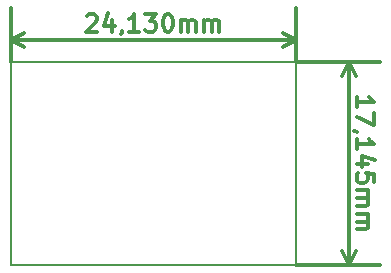
<source format=gbr>
G04 #@! TF.FileFunction,Drawing*
%FSLAX46Y46*%
G04 Gerber Fmt 4.6, Leading zero omitted, Abs format (unit mm)*
G04 Created by KiCad (PCBNEW 4.0.0-rc1-stable) date 30/11/2015 17:10:56*
%MOMM*%
G01*
G04 APERTURE LIST*
%ADD10C,0.100000*%
%ADD11C,0.300000*%
%ADD12C,0.150000*%
G04 APERTURE END LIST*
D10*
D11*
X151837144Y-95761430D02*
X151908573Y-95690001D01*
X152051430Y-95618572D01*
X152408573Y-95618572D01*
X152551430Y-95690001D01*
X152622859Y-95761430D01*
X152694287Y-95904287D01*
X152694287Y-96047144D01*
X152622859Y-96261430D01*
X151765716Y-97118572D01*
X152694287Y-97118572D01*
X153980001Y-96118572D02*
X153980001Y-97118572D01*
X153622858Y-95547144D02*
X153265715Y-96618572D01*
X154194287Y-96618572D01*
X154837143Y-97047144D02*
X154837143Y-97118572D01*
X154765715Y-97261430D01*
X154694286Y-97332858D01*
X156265715Y-97118572D02*
X155408572Y-97118572D01*
X155837144Y-97118572D02*
X155837144Y-95618572D01*
X155694287Y-95832858D01*
X155551429Y-95975715D01*
X155408572Y-96047144D01*
X156765715Y-95618572D02*
X157694286Y-95618572D01*
X157194286Y-96190001D01*
X157408572Y-96190001D01*
X157551429Y-96261430D01*
X157622858Y-96332858D01*
X157694286Y-96475715D01*
X157694286Y-96832858D01*
X157622858Y-96975715D01*
X157551429Y-97047144D01*
X157408572Y-97118572D01*
X156980000Y-97118572D01*
X156837143Y-97047144D01*
X156765715Y-96975715D01*
X158622857Y-95618572D02*
X158765714Y-95618572D01*
X158908571Y-95690001D01*
X158980000Y-95761430D01*
X159051429Y-95904287D01*
X159122857Y-96190001D01*
X159122857Y-96547144D01*
X159051429Y-96832858D01*
X158980000Y-96975715D01*
X158908571Y-97047144D01*
X158765714Y-97118572D01*
X158622857Y-97118572D01*
X158480000Y-97047144D01*
X158408571Y-96975715D01*
X158337143Y-96832858D01*
X158265714Y-96547144D01*
X158265714Y-96190001D01*
X158337143Y-95904287D01*
X158408571Y-95761430D01*
X158480000Y-95690001D01*
X158622857Y-95618572D01*
X159765714Y-97118572D02*
X159765714Y-96118572D01*
X159765714Y-96261430D02*
X159837142Y-96190001D01*
X159980000Y-96118572D01*
X160194285Y-96118572D01*
X160337142Y-96190001D01*
X160408571Y-96332858D01*
X160408571Y-97118572D01*
X160408571Y-96332858D02*
X160480000Y-96190001D01*
X160622857Y-96118572D01*
X160837142Y-96118572D01*
X160980000Y-96190001D01*
X161051428Y-96332858D01*
X161051428Y-97118572D01*
X161765714Y-97118572D02*
X161765714Y-96118572D01*
X161765714Y-96261430D02*
X161837142Y-96190001D01*
X161980000Y-96118572D01*
X162194285Y-96118572D01*
X162337142Y-96190001D01*
X162408571Y-96332858D01*
X162408571Y-97118572D01*
X162408571Y-96332858D02*
X162480000Y-96190001D01*
X162622857Y-96118572D01*
X162837142Y-96118572D01*
X162980000Y-96190001D01*
X163051428Y-96332858D01*
X163051428Y-97118572D01*
X169545000Y-97790001D02*
X145415000Y-97790001D01*
X169545000Y-99695000D02*
X169545000Y-95090001D01*
X145415000Y-99695000D02*
X145415000Y-95090001D01*
X145415000Y-97790001D02*
X146541504Y-97203580D01*
X145415000Y-97790001D02*
X146541504Y-98376422D01*
X169545000Y-97790001D02*
X168418496Y-97203580D01*
X169545000Y-97790001D02*
X168418496Y-98376422D01*
D12*
X169545000Y-116840000D02*
X167005000Y-116840000D01*
X169545000Y-99695000D02*
X167005000Y-99695000D01*
X169545000Y-99695000D02*
X169545000Y-116840000D01*
D11*
X174661429Y-103481787D02*
X174661429Y-102624644D01*
X174661429Y-103053216D02*
X176161429Y-103053216D01*
X175947143Y-102910359D01*
X175804286Y-102767501D01*
X175732857Y-102624644D01*
X176161429Y-103981787D02*
X176161429Y-104981787D01*
X174661429Y-104338930D01*
X174732857Y-105624643D02*
X174661429Y-105624643D01*
X174518571Y-105553215D01*
X174447143Y-105481786D01*
X174661429Y-107053215D02*
X174661429Y-106196072D01*
X174661429Y-106624644D02*
X176161429Y-106624644D01*
X175947143Y-106481787D01*
X175804286Y-106338929D01*
X175732857Y-106196072D01*
X175661429Y-108338929D02*
X174661429Y-108338929D01*
X176232857Y-107981786D02*
X175161429Y-107624643D01*
X175161429Y-108553215D01*
X176161429Y-109838929D02*
X176161429Y-109124643D01*
X175447143Y-109053214D01*
X175518571Y-109124643D01*
X175590000Y-109267500D01*
X175590000Y-109624643D01*
X175518571Y-109767500D01*
X175447143Y-109838929D01*
X175304286Y-109910357D01*
X174947143Y-109910357D01*
X174804286Y-109838929D01*
X174732857Y-109767500D01*
X174661429Y-109624643D01*
X174661429Y-109267500D01*
X174732857Y-109124643D01*
X174804286Y-109053214D01*
X174661429Y-110553214D02*
X175661429Y-110553214D01*
X175518571Y-110553214D02*
X175590000Y-110624642D01*
X175661429Y-110767500D01*
X175661429Y-110981785D01*
X175590000Y-111124642D01*
X175447143Y-111196071D01*
X174661429Y-111196071D01*
X175447143Y-111196071D02*
X175590000Y-111267500D01*
X175661429Y-111410357D01*
X175661429Y-111624642D01*
X175590000Y-111767500D01*
X175447143Y-111838928D01*
X174661429Y-111838928D01*
X174661429Y-112553214D02*
X175661429Y-112553214D01*
X175518571Y-112553214D02*
X175590000Y-112624642D01*
X175661429Y-112767500D01*
X175661429Y-112981785D01*
X175590000Y-113124642D01*
X175447143Y-113196071D01*
X174661429Y-113196071D01*
X175447143Y-113196071D02*
X175590000Y-113267500D01*
X175661429Y-113410357D01*
X175661429Y-113624642D01*
X175590000Y-113767500D01*
X175447143Y-113838928D01*
X174661429Y-113838928D01*
X173990000Y-99695000D02*
X173990000Y-116840000D01*
X169545000Y-99695000D02*
X176690000Y-99695000D01*
X169545000Y-116840000D02*
X176690000Y-116840000D01*
X173990000Y-116840000D02*
X173403579Y-115713496D01*
X173990000Y-116840000D02*
X174576421Y-115713496D01*
X173990000Y-99695000D02*
X173403579Y-100821504D01*
X173990000Y-99695000D02*
X174576421Y-100821504D01*
D12*
X145415000Y-116840000D02*
X167005000Y-116840000D01*
X145415000Y-116205000D02*
X145415000Y-116840000D01*
X166370000Y-99695000D02*
X167005000Y-99695000D01*
X145415000Y-99695000D02*
X166370000Y-99695000D01*
X145415000Y-116205000D02*
X145415000Y-99695000D01*
M02*

</source>
